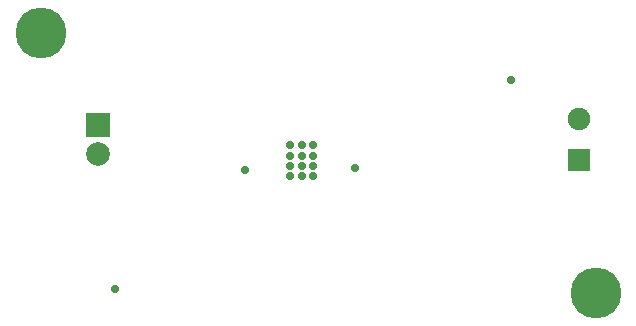
<source format=gbs>
G04*
G04 #@! TF.GenerationSoftware,Altium Limited,Altium Designer,19.1.6 (110)*
G04*
G04 Layer_Color=16711935*
%FSLAX43Y43*%
%MOMM*%
G71*
G01*
G75*
%ADD29R,2.000X2.000*%
%ADD30C,2.000*%
%ADD31C,4.300*%
%ADD32C,1.900*%
%ADD33R,1.900X1.900*%
%ADD34C,0.700*%
D29*
X58900Y78250D02*
D03*
D30*
Y75750D02*
D03*
D31*
X101000Y64000D02*
D03*
X54000Y86000D02*
D03*
D32*
X99600Y78750D02*
D03*
D33*
Y75250D02*
D03*
D34*
X77100Y73900D02*
D03*
X76100D02*
D03*
X75100D02*
D03*
X77100Y74700D02*
D03*
X76100D02*
D03*
X75100D02*
D03*
X77100Y75600D02*
D03*
X76100D02*
D03*
X75100D02*
D03*
X77100Y76500D02*
D03*
X76100D02*
D03*
X75100D02*
D03*
X80600Y74600D02*
D03*
X93800Y82000D02*
D03*
X71300Y74400D02*
D03*
X60300Y64300D02*
D03*
M02*

</source>
